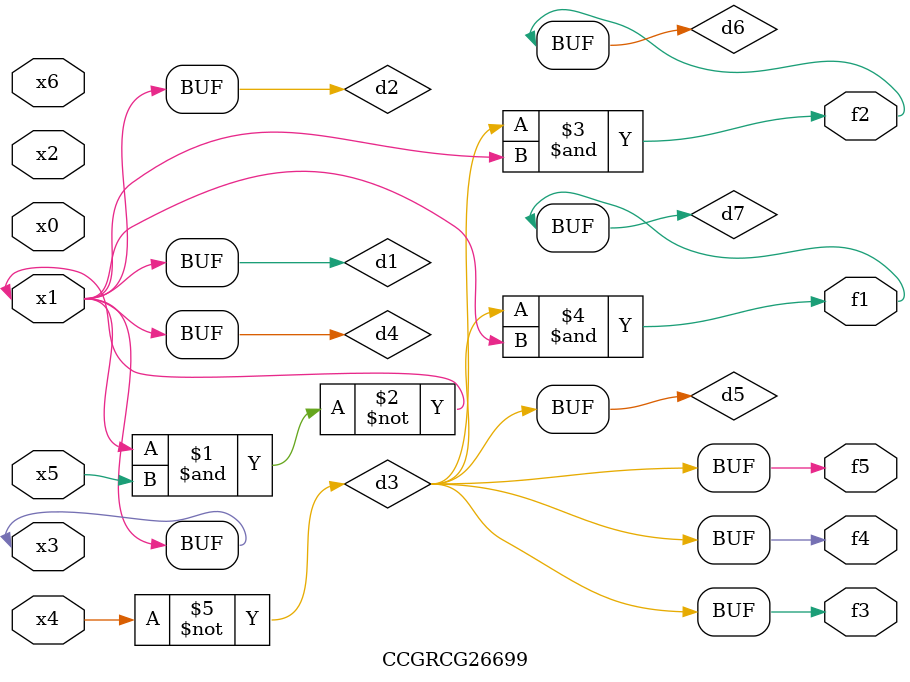
<source format=v>
module CCGRCG26699(
	input x0, x1, x2, x3, x4, x5, x6,
	output f1, f2, f3, f4, f5
);

	wire d1, d2, d3, d4, d5, d6, d7;

	buf (d1, x1, x3);
	nand (d2, x1, x5);
	not (d3, x4);
	buf (d4, d1, d2);
	buf (d5, d3);
	and (d6, d3, d4);
	and (d7, d3, d4);
	assign f1 = d7;
	assign f2 = d6;
	assign f3 = d5;
	assign f4 = d5;
	assign f5 = d5;
endmodule

</source>
